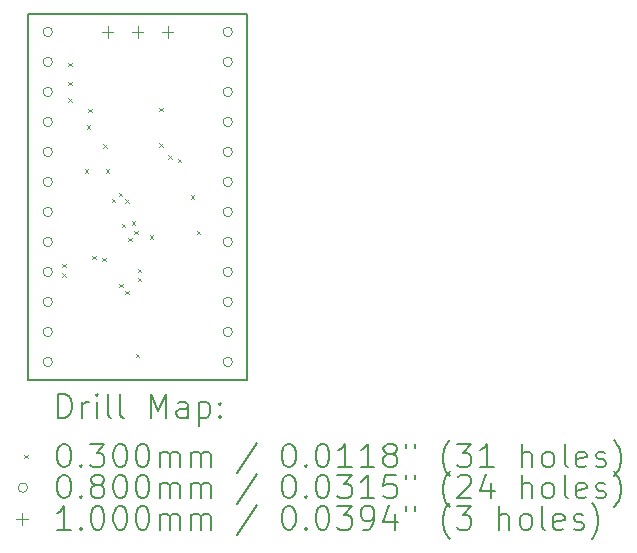
<source format=gbr>
%TF.GenerationSoftware,KiCad,Pcbnew,7.0.9*%
%TF.CreationDate,2023-11-23T02:36:10+01:00*%
%TF.ProjectId,bosch_kf4_pll,626f7363-685f-46b6-9634-5f706c6c2e6b,2*%
%TF.SameCoordinates,Original*%
%TF.FileFunction,Drillmap*%
%TF.FilePolarity,Positive*%
%FSLAX45Y45*%
G04 Gerber Fmt 4.5, Leading zero omitted, Abs format (unit mm)*
G04 Created by KiCad (PCBNEW 7.0.9) date 2023-11-23 02:36:10*
%MOMM*%
%LPD*%
G01*
G04 APERTURE LIST*
%ADD10C,0.150000*%
%ADD11C,0.200000*%
%ADD12C,0.100000*%
G04 APERTURE END LIST*
D10*
X13758750Y-7600000D02*
X15608750Y-7600000D01*
X13758750Y-10700000D02*
X13758750Y-7600000D01*
X15608750Y-7600000D02*
X15608750Y-10700000D01*
X15608750Y-10700000D02*
X13758750Y-10700000D01*
D11*
D12*
X14043750Y-9715000D02*
X14073750Y-9745000D01*
X14073750Y-9715000D02*
X14043750Y-9745000D01*
X14043750Y-9795000D02*
X14073750Y-9825000D01*
X14073750Y-9795000D02*
X14043750Y-9825000D01*
X14093750Y-8015000D02*
X14123750Y-8045000D01*
X14123750Y-8015000D02*
X14093750Y-8045000D01*
X14093750Y-8175000D02*
X14123750Y-8205000D01*
X14123750Y-8175000D02*
X14093750Y-8205000D01*
X14096440Y-8315000D02*
X14126440Y-8345000D01*
X14126440Y-8315000D02*
X14096440Y-8345000D01*
X14233750Y-8915000D02*
X14263750Y-8945000D01*
X14263750Y-8915000D02*
X14233750Y-8945000D01*
X14253750Y-8545000D02*
X14283750Y-8575000D01*
X14283750Y-8545000D02*
X14253750Y-8575000D01*
X14263750Y-8405000D02*
X14293750Y-8435000D01*
X14293750Y-8405000D02*
X14263750Y-8435000D01*
X14296750Y-9648000D02*
X14326750Y-9678000D01*
X14326750Y-9648000D02*
X14296750Y-9678000D01*
X14383750Y-9665000D02*
X14413750Y-9695000D01*
X14413750Y-9665000D02*
X14383750Y-9695000D01*
X14393750Y-8705000D02*
X14423750Y-8735000D01*
X14423750Y-8705000D02*
X14393750Y-8735000D01*
X14413750Y-8915000D02*
X14443750Y-8945000D01*
X14443750Y-8915000D02*
X14413750Y-8945000D01*
X14463750Y-9165000D02*
X14493750Y-9195000D01*
X14493750Y-9165000D02*
X14463750Y-9195000D01*
X14523750Y-9115000D02*
X14553750Y-9145000D01*
X14553750Y-9115000D02*
X14523750Y-9145000D01*
X14525000Y-9885000D02*
X14555000Y-9915000D01*
X14555000Y-9885000D02*
X14525000Y-9915000D01*
X14546750Y-9378000D02*
X14576750Y-9408000D01*
X14576750Y-9378000D02*
X14546750Y-9408000D01*
X14576918Y-9168168D02*
X14606918Y-9198168D01*
X14606918Y-9168168D02*
X14576918Y-9198168D01*
X14578750Y-9943000D02*
X14608750Y-9973000D01*
X14608750Y-9943000D02*
X14578750Y-9973000D01*
X14603750Y-9495000D02*
X14633750Y-9525000D01*
X14633750Y-9495000D02*
X14603750Y-9525000D01*
X14633750Y-9355000D02*
X14663750Y-9385000D01*
X14663750Y-9355000D02*
X14633750Y-9385000D01*
X14653750Y-9435000D02*
X14683750Y-9465000D01*
X14683750Y-9435000D02*
X14653750Y-9465000D01*
X14668750Y-10478000D02*
X14698750Y-10508000D01*
X14698750Y-10478000D02*
X14668750Y-10508000D01*
X14685000Y-9758000D02*
X14715000Y-9788000D01*
X14715000Y-9758000D02*
X14685000Y-9788000D01*
X14685119Y-9834875D02*
X14715119Y-9864875D01*
X14715119Y-9834875D02*
X14685119Y-9864875D01*
X14784007Y-9475258D02*
X14814007Y-9505258D01*
X14814007Y-9475258D02*
X14784007Y-9505258D01*
X14863750Y-8395000D02*
X14893750Y-8425000D01*
X14893750Y-8395000D02*
X14863750Y-8425000D01*
X14863750Y-8695000D02*
X14893750Y-8725000D01*
X14893750Y-8695000D02*
X14863750Y-8725000D01*
X14943750Y-8795000D02*
X14973750Y-8825000D01*
X14973750Y-8795000D02*
X14943750Y-8825000D01*
X15023750Y-8825000D02*
X15053750Y-8855000D01*
X15053750Y-8825000D02*
X15023750Y-8855000D01*
X15133750Y-9135000D02*
X15163750Y-9165000D01*
X15163750Y-9135000D02*
X15133750Y-9165000D01*
X15183750Y-9435000D02*
X15213750Y-9465000D01*
X15213750Y-9435000D02*
X15183750Y-9465000D01*
X13961750Y-7753000D02*
G75*
G03*
X13961750Y-7753000I-40000J0D01*
G01*
X13961750Y-8007000D02*
G75*
G03*
X13961750Y-8007000I-40000J0D01*
G01*
X13961750Y-8261000D02*
G75*
G03*
X13961750Y-8261000I-40000J0D01*
G01*
X13961750Y-8515000D02*
G75*
G03*
X13961750Y-8515000I-40000J0D01*
G01*
X13961750Y-8769000D02*
G75*
G03*
X13961750Y-8769000I-40000J0D01*
G01*
X13961750Y-9023000D02*
G75*
G03*
X13961750Y-9023000I-40000J0D01*
G01*
X13961750Y-9277000D02*
G75*
G03*
X13961750Y-9277000I-40000J0D01*
G01*
X13961750Y-9531000D02*
G75*
G03*
X13961750Y-9531000I-40000J0D01*
G01*
X13961750Y-9785000D02*
G75*
G03*
X13961750Y-9785000I-40000J0D01*
G01*
X13961750Y-10039000D02*
G75*
G03*
X13961750Y-10039000I-40000J0D01*
G01*
X13961750Y-10293000D02*
G75*
G03*
X13961750Y-10293000I-40000J0D01*
G01*
X13961750Y-10547000D02*
G75*
G03*
X13961750Y-10547000I-40000J0D01*
G01*
X15485750Y-7753000D02*
G75*
G03*
X15485750Y-7753000I-40000J0D01*
G01*
X15485750Y-8007000D02*
G75*
G03*
X15485750Y-8007000I-40000J0D01*
G01*
X15485750Y-8261000D02*
G75*
G03*
X15485750Y-8261000I-40000J0D01*
G01*
X15485750Y-8515000D02*
G75*
G03*
X15485750Y-8515000I-40000J0D01*
G01*
X15485750Y-8769000D02*
G75*
G03*
X15485750Y-8769000I-40000J0D01*
G01*
X15485750Y-9023000D02*
G75*
G03*
X15485750Y-9023000I-40000J0D01*
G01*
X15485750Y-9277000D02*
G75*
G03*
X15485750Y-9277000I-40000J0D01*
G01*
X15485750Y-9531000D02*
G75*
G03*
X15485750Y-9531000I-40000J0D01*
G01*
X15485750Y-9785000D02*
G75*
G03*
X15485750Y-9785000I-40000J0D01*
G01*
X15485750Y-10039000D02*
G75*
G03*
X15485750Y-10039000I-40000J0D01*
G01*
X15485750Y-10293000D02*
G75*
G03*
X15485750Y-10293000I-40000J0D01*
G01*
X15485750Y-10547000D02*
G75*
G03*
X15485750Y-10547000I-40000J0D01*
G01*
X14428250Y-7703000D02*
X14428250Y-7803000D01*
X14378250Y-7753000D02*
X14478250Y-7753000D01*
X14682250Y-7703000D02*
X14682250Y-7803000D01*
X14632250Y-7753000D02*
X14732250Y-7753000D01*
X14936250Y-7703000D02*
X14936250Y-7803000D01*
X14886250Y-7753000D02*
X14986250Y-7753000D01*
D11*
X14012027Y-11018984D02*
X14012027Y-10818984D01*
X14012027Y-10818984D02*
X14059646Y-10818984D01*
X14059646Y-10818984D02*
X14088217Y-10828508D01*
X14088217Y-10828508D02*
X14107265Y-10847555D01*
X14107265Y-10847555D02*
X14116789Y-10866603D01*
X14116789Y-10866603D02*
X14126312Y-10904698D01*
X14126312Y-10904698D02*
X14126312Y-10933270D01*
X14126312Y-10933270D02*
X14116789Y-10971365D01*
X14116789Y-10971365D02*
X14107265Y-10990412D01*
X14107265Y-10990412D02*
X14088217Y-11009460D01*
X14088217Y-11009460D02*
X14059646Y-11018984D01*
X14059646Y-11018984D02*
X14012027Y-11018984D01*
X14212027Y-11018984D02*
X14212027Y-10885650D01*
X14212027Y-10923746D02*
X14221551Y-10904698D01*
X14221551Y-10904698D02*
X14231074Y-10895174D01*
X14231074Y-10895174D02*
X14250122Y-10885650D01*
X14250122Y-10885650D02*
X14269170Y-10885650D01*
X14335836Y-11018984D02*
X14335836Y-10885650D01*
X14335836Y-10818984D02*
X14326312Y-10828508D01*
X14326312Y-10828508D02*
X14335836Y-10838031D01*
X14335836Y-10838031D02*
X14345360Y-10828508D01*
X14345360Y-10828508D02*
X14335836Y-10818984D01*
X14335836Y-10818984D02*
X14335836Y-10838031D01*
X14459646Y-11018984D02*
X14440598Y-11009460D01*
X14440598Y-11009460D02*
X14431074Y-10990412D01*
X14431074Y-10990412D02*
X14431074Y-10818984D01*
X14564408Y-11018984D02*
X14545360Y-11009460D01*
X14545360Y-11009460D02*
X14535836Y-10990412D01*
X14535836Y-10990412D02*
X14535836Y-10818984D01*
X14792979Y-11018984D02*
X14792979Y-10818984D01*
X14792979Y-10818984D02*
X14859646Y-10961841D01*
X14859646Y-10961841D02*
X14926312Y-10818984D01*
X14926312Y-10818984D02*
X14926312Y-11018984D01*
X15107265Y-11018984D02*
X15107265Y-10914222D01*
X15107265Y-10914222D02*
X15097741Y-10895174D01*
X15097741Y-10895174D02*
X15078693Y-10885650D01*
X15078693Y-10885650D02*
X15040598Y-10885650D01*
X15040598Y-10885650D02*
X15021551Y-10895174D01*
X15107265Y-11009460D02*
X15088217Y-11018984D01*
X15088217Y-11018984D02*
X15040598Y-11018984D01*
X15040598Y-11018984D02*
X15021551Y-11009460D01*
X15021551Y-11009460D02*
X15012027Y-10990412D01*
X15012027Y-10990412D02*
X15012027Y-10971365D01*
X15012027Y-10971365D02*
X15021551Y-10952317D01*
X15021551Y-10952317D02*
X15040598Y-10942793D01*
X15040598Y-10942793D02*
X15088217Y-10942793D01*
X15088217Y-10942793D02*
X15107265Y-10933270D01*
X15202503Y-10885650D02*
X15202503Y-11085650D01*
X15202503Y-10895174D02*
X15221551Y-10885650D01*
X15221551Y-10885650D02*
X15259646Y-10885650D01*
X15259646Y-10885650D02*
X15278693Y-10895174D01*
X15278693Y-10895174D02*
X15288217Y-10904698D01*
X15288217Y-10904698D02*
X15297741Y-10923746D01*
X15297741Y-10923746D02*
X15297741Y-10980889D01*
X15297741Y-10980889D02*
X15288217Y-10999936D01*
X15288217Y-10999936D02*
X15278693Y-11009460D01*
X15278693Y-11009460D02*
X15259646Y-11018984D01*
X15259646Y-11018984D02*
X15221551Y-11018984D01*
X15221551Y-11018984D02*
X15202503Y-11009460D01*
X15383455Y-10999936D02*
X15392979Y-11009460D01*
X15392979Y-11009460D02*
X15383455Y-11018984D01*
X15383455Y-11018984D02*
X15373932Y-11009460D01*
X15373932Y-11009460D02*
X15383455Y-10999936D01*
X15383455Y-10999936D02*
X15383455Y-11018984D01*
X15383455Y-10895174D02*
X15392979Y-10904698D01*
X15392979Y-10904698D02*
X15383455Y-10914222D01*
X15383455Y-10914222D02*
X15373932Y-10904698D01*
X15373932Y-10904698D02*
X15383455Y-10895174D01*
X15383455Y-10895174D02*
X15383455Y-10914222D01*
D12*
X13721250Y-11332500D02*
X13751250Y-11362500D01*
X13751250Y-11332500D02*
X13721250Y-11362500D01*
D11*
X14050122Y-11238984D02*
X14069170Y-11238984D01*
X14069170Y-11238984D02*
X14088217Y-11248508D01*
X14088217Y-11248508D02*
X14097741Y-11258031D01*
X14097741Y-11258031D02*
X14107265Y-11277079D01*
X14107265Y-11277079D02*
X14116789Y-11315174D01*
X14116789Y-11315174D02*
X14116789Y-11362793D01*
X14116789Y-11362793D02*
X14107265Y-11400888D01*
X14107265Y-11400888D02*
X14097741Y-11419936D01*
X14097741Y-11419936D02*
X14088217Y-11429460D01*
X14088217Y-11429460D02*
X14069170Y-11438984D01*
X14069170Y-11438984D02*
X14050122Y-11438984D01*
X14050122Y-11438984D02*
X14031074Y-11429460D01*
X14031074Y-11429460D02*
X14021551Y-11419936D01*
X14021551Y-11419936D02*
X14012027Y-11400888D01*
X14012027Y-11400888D02*
X14002503Y-11362793D01*
X14002503Y-11362793D02*
X14002503Y-11315174D01*
X14002503Y-11315174D02*
X14012027Y-11277079D01*
X14012027Y-11277079D02*
X14021551Y-11258031D01*
X14021551Y-11258031D02*
X14031074Y-11248508D01*
X14031074Y-11248508D02*
X14050122Y-11238984D01*
X14202503Y-11419936D02*
X14212027Y-11429460D01*
X14212027Y-11429460D02*
X14202503Y-11438984D01*
X14202503Y-11438984D02*
X14192979Y-11429460D01*
X14192979Y-11429460D02*
X14202503Y-11419936D01*
X14202503Y-11419936D02*
X14202503Y-11438984D01*
X14278693Y-11238984D02*
X14402503Y-11238984D01*
X14402503Y-11238984D02*
X14335836Y-11315174D01*
X14335836Y-11315174D02*
X14364408Y-11315174D01*
X14364408Y-11315174D02*
X14383455Y-11324698D01*
X14383455Y-11324698D02*
X14392979Y-11334222D01*
X14392979Y-11334222D02*
X14402503Y-11353269D01*
X14402503Y-11353269D02*
X14402503Y-11400888D01*
X14402503Y-11400888D02*
X14392979Y-11419936D01*
X14392979Y-11419936D02*
X14383455Y-11429460D01*
X14383455Y-11429460D02*
X14364408Y-11438984D01*
X14364408Y-11438984D02*
X14307265Y-11438984D01*
X14307265Y-11438984D02*
X14288217Y-11429460D01*
X14288217Y-11429460D02*
X14278693Y-11419936D01*
X14526312Y-11238984D02*
X14545360Y-11238984D01*
X14545360Y-11238984D02*
X14564408Y-11248508D01*
X14564408Y-11248508D02*
X14573932Y-11258031D01*
X14573932Y-11258031D02*
X14583455Y-11277079D01*
X14583455Y-11277079D02*
X14592979Y-11315174D01*
X14592979Y-11315174D02*
X14592979Y-11362793D01*
X14592979Y-11362793D02*
X14583455Y-11400888D01*
X14583455Y-11400888D02*
X14573932Y-11419936D01*
X14573932Y-11419936D02*
X14564408Y-11429460D01*
X14564408Y-11429460D02*
X14545360Y-11438984D01*
X14545360Y-11438984D02*
X14526312Y-11438984D01*
X14526312Y-11438984D02*
X14507265Y-11429460D01*
X14507265Y-11429460D02*
X14497741Y-11419936D01*
X14497741Y-11419936D02*
X14488217Y-11400888D01*
X14488217Y-11400888D02*
X14478693Y-11362793D01*
X14478693Y-11362793D02*
X14478693Y-11315174D01*
X14478693Y-11315174D02*
X14488217Y-11277079D01*
X14488217Y-11277079D02*
X14497741Y-11258031D01*
X14497741Y-11258031D02*
X14507265Y-11248508D01*
X14507265Y-11248508D02*
X14526312Y-11238984D01*
X14716789Y-11238984D02*
X14735836Y-11238984D01*
X14735836Y-11238984D02*
X14754884Y-11248508D01*
X14754884Y-11248508D02*
X14764408Y-11258031D01*
X14764408Y-11258031D02*
X14773932Y-11277079D01*
X14773932Y-11277079D02*
X14783455Y-11315174D01*
X14783455Y-11315174D02*
X14783455Y-11362793D01*
X14783455Y-11362793D02*
X14773932Y-11400888D01*
X14773932Y-11400888D02*
X14764408Y-11419936D01*
X14764408Y-11419936D02*
X14754884Y-11429460D01*
X14754884Y-11429460D02*
X14735836Y-11438984D01*
X14735836Y-11438984D02*
X14716789Y-11438984D01*
X14716789Y-11438984D02*
X14697741Y-11429460D01*
X14697741Y-11429460D02*
X14688217Y-11419936D01*
X14688217Y-11419936D02*
X14678693Y-11400888D01*
X14678693Y-11400888D02*
X14669170Y-11362793D01*
X14669170Y-11362793D02*
X14669170Y-11315174D01*
X14669170Y-11315174D02*
X14678693Y-11277079D01*
X14678693Y-11277079D02*
X14688217Y-11258031D01*
X14688217Y-11258031D02*
X14697741Y-11248508D01*
X14697741Y-11248508D02*
X14716789Y-11238984D01*
X14869170Y-11438984D02*
X14869170Y-11305650D01*
X14869170Y-11324698D02*
X14878693Y-11315174D01*
X14878693Y-11315174D02*
X14897741Y-11305650D01*
X14897741Y-11305650D02*
X14926313Y-11305650D01*
X14926313Y-11305650D02*
X14945360Y-11315174D01*
X14945360Y-11315174D02*
X14954884Y-11334222D01*
X14954884Y-11334222D02*
X14954884Y-11438984D01*
X14954884Y-11334222D02*
X14964408Y-11315174D01*
X14964408Y-11315174D02*
X14983455Y-11305650D01*
X14983455Y-11305650D02*
X15012027Y-11305650D01*
X15012027Y-11305650D02*
X15031074Y-11315174D01*
X15031074Y-11315174D02*
X15040598Y-11334222D01*
X15040598Y-11334222D02*
X15040598Y-11438984D01*
X15135836Y-11438984D02*
X15135836Y-11305650D01*
X15135836Y-11324698D02*
X15145360Y-11315174D01*
X15145360Y-11315174D02*
X15164408Y-11305650D01*
X15164408Y-11305650D02*
X15192979Y-11305650D01*
X15192979Y-11305650D02*
X15212027Y-11315174D01*
X15212027Y-11315174D02*
X15221551Y-11334222D01*
X15221551Y-11334222D02*
X15221551Y-11438984D01*
X15221551Y-11334222D02*
X15231074Y-11315174D01*
X15231074Y-11315174D02*
X15250122Y-11305650D01*
X15250122Y-11305650D02*
X15278693Y-11305650D01*
X15278693Y-11305650D02*
X15297741Y-11315174D01*
X15297741Y-11315174D02*
X15307265Y-11334222D01*
X15307265Y-11334222D02*
X15307265Y-11438984D01*
X15697741Y-11229460D02*
X15526313Y-11486603D01*
X15954884Y-11238984D02*
X15973932Y-11238984D01*
X15973932Y-11238984D02*
X15992979Y-11248508D01*
X15992979Y-11248508D02*
X16002503Y-11258031D01*
X16002503Y-11258031D02*
X16012027Y-11277079D01*
X16012027Y-11277079D02*
X16021551Y-11315174D01*
X16021551Y-11315174D02*
X16021551Y-11362793D01*
X16021551Y-11362793D02*
X16012027Y-11400888D01*
X16012027Y-11400888D02*
X16002503Y-11419936D01*
X16002503Y-11419936D02*
X15992979Y-11429460D01*
X15992979Y-11429460D02*
X15973932Y-11438984D01*
X15973932Y-11438984D02*
X15954884Y-11438984D01*
X15954884Y-11438984D02*
X15935836Y-11429460D01*
X15935836Y-11429460D02*
X15926313Y-11419936D01*
X15926313Y-11419936D02*
X15916789Y-11400888D01*
X15916789Y-11400888D02*
X15907265Y-11362793D01*
X15907265Y-11362793D02*
X15907265Y-11315174D01*
X15907265Y-11315174D02*
X15916789Y-11277079D01*
X15916789Y-11277079D02*
X15926313Y-11258031D01*
X15926313Y-11258031D02*
X15935836Y-11248508D01*
X15935836Y-11248508D02*
X15954884Y-11238984D01*
X16107265Y-11419936D02*
X16116789Y-11429460D01*
X16116789Y-11429460D02*
X16107265Y-11438984D01*
X16107265Y-11438984D02*
X16097741Y-11429460D01*
X16097741Y-11429460D02*
X16107265Y-11419936D01*
X16107265Y-11419936D02*
X16107265Y-11438984D01*
X16240598Y-11238984D02*
X16259646Y-11238984D01*
X16259646Y-11238984D02*
X16278694Y-11248508D01*
X16278694Y-11248508D02*
X16288217Y-11258031D01*
X16288217Y-11258031D02*
X16297741Y-11277079D01*
X16297741Y-11277079D02*
X16307265Y-11315174D01*
X16307265Y-11315174D02*
X16307265Y-11362793D01*
X16307265Y-11362793D02*
X16297741Y-11400888D01*
X16297741Y-11400888D02*
X16288217Y-11419936D01*
X16288217Y-11419936D02*
X16278694Y-11429460D01*
X16278694Y-11429460D02*
X16259646Y-11438984D01*
X16259646Y-11438984D02*
X16240598Y-11438984D01*
X16240598Y-11438984D02*
X16221551Y-11429460D01*
X16221551Y-11429460D02*
X16212027Y-11419936D01*
X16212027Y-11419936D02*
X16202503Y-11400888D01*
X16202503Y-11400888D02*
X16192979Y-11362793D01*
X16192979Y-11362793D02*
X16192979Y-11315174D01*
X16192979Y-11315174D02*
X16202503Y-11277079D01*
X16202503Y-11277079D02*
X16212027Y-11258031D01*
X16212027Y-11258031D02*
X16221551Y-11248508D01*
X16221551Y-11248508D02*
X16240598Y-11238984D01*
X16497741Y-11438984D02*
X16383456Y-11438984D01*
X16440598Y-11438984D02*
X16440598Y-11238984D01*
X16440598Y-11238984D02*
X16421551Y-11267555D01*
X16421551Y-11267555D02*
X16402503Y-11286603D01*
X16402503Y-11286603D02*
X16383456Y-11296127D01*
X16688217Y-11438984D02*
X16573932Y-11438984D01*
X16631075Y-11438984D02*
X16631075Y-11238984D01*
X16631075Y-11238984D02*
X16612027Y-11267555D01*
X16612027Y-11267555D02*
X16592979Y-11286603D01*
X16592979Y-11286603D02*
X16573932Y-11296127D01*
X16802503Y-11324698D02*
X16783456Y-11315174D01*
X16783456Y-11315174D02*
X16773932Y-11305650D01*
X16773932Y-11305650D02*
X16764408Y-11286603D01*
X16764408Y-11286603D02*
X16764408Y-11277079D01*
X16764408Y-11277079D02*
X16773932Y-11258031D01*
X16773932Y-11258031D02*
X16783456Y-11248508D01*
X16783456Y-11248508D02*
X16802503Y-11238984D01*
X16802503Y-11238984D02*
X16840599Y-11238984D01*
X16840599Y-11238984D02*
X16859646Y-11248508D01*
X16859646Y-11248508D02*
X16869170Y-11258031D01*
X16869170Y-11258031D02*
X16878694Y-11277079D01*
X16878694Y-11277079D02*
X16878694Y-11286603D01*
X16878694Y-11286603D02*
X16869170Y-11305650D01*
X16869170Y-11305650D02*
X16859646Y-11315174D01*
X16859646Y-11315174D02*
X16840599Y-11324698D01*
X16840599Y-11324698D02*
X16802503Y-11324698D01*
X16802503Y-11324698D02*
X16783456Y-11334222D01*
X16783456Y-11334222D02*
X16773932Y-11343746D01*
X16773932Y-11343746D02*
X16764408Y-11362793D01*
X16764408Y-11362793D02*
X16764408Y-11400888D01*
X16764408Y-11400888D02*
X16773932Y-11419936D01*
X16773932Y-11419936D02*
X16783456Y-11429460D01*
X16783456Y-11429460D02*
X16802503Y-11438984D01*
X16802503Y-11438984D02*
X16840599Y-11438984D01*
X16840599Y-11438984D02*
X16859646Y-11429460D01*
X16859646Y-11429460D02*
X16869170Y-11419936D01*
X16869170Y-11419936D02*
X16878694Y-11400888D01*
X16878694Y-11400888D02*
X16878694Y-11362793D01*
X16878694Y-11362793D02*
X16869170Y-11343746D01*
X16869170Y-11343746D02*
X16859646Y-11334222D01*
X16859646Y-11334222D02*
X16840599Y-11324698D01*
X16954884Y-11238984D02*
X16954884Y-11277079D01*
X17031075Y-11238984D02*
X17031075Y-11277079D01*
X17326313Y-11515174D02*
X17316789Y-11505650D01*
X17316789Y-11505650D02*
X17297741Y-11477079D01*
X17297741Y-11477079D02*
X17288218Y-11458031D01*
X17288218Y-11458031D02*
X17278694Y-11429460D01*
X17278694Y-11429460D02*
X17269170Y-11381841D01*
X17269170Y-11381841D02*
X17269170Y-11343746D01*
X17269170Y-11343746D02*
X17278694Y-11296127D01*
X17278694Y-11296127D02*
X17288218Y-11267555D01*
X17288218Y-11267555D02*
X17297741Y-11248508D01*
X17297741Y-11248508D02*
X17316789Y-11219936D01*
X17316789Y-11219936D02*
X17326313Y-11210412D01*
X17383456Y-11238984D02*
X17507265Y-11238984D01*
X17507265Y-11238984D02*
X17440599Y-11315174D01*
X17440599Y-11315174D02*
X17469170Y-11315174D01*
X17469170Y-11315174D02*
X17488218Y-11324698D01*
X17488218Y-11324698D02*
X17497741Y-11334222D01*
X17497741Y-11334222D02*
X17507265Y-11353269D01*
X17507265Y-11353269D02*
X17507265Y-11400888D01*
X17507265Y-11400888D02*
X17497741Y-11419936D01*
X17497741Y-11419936D02*
X17488218Y-11429460D01*
X17488218Y-11429460D02*
X17469170Y-11438984D01*
X17469170Y-11438984D02*
X17412027Y-11438984D01*
X17412027Y-11438984D02*
X17392980Y-11429460D01*
X17392980Y-11429460D02*
X17383456Y-11419936D01*
X17697741Y-11438984D02*
X17583456Y-11438984D01*
X17640599Y-11438984D02*
X17640599Y-11238984D01*
X17640599Y-11238984D02*
X17621551Y-11267555D01*
X17621551Y-11267555D02*
X17602503Y-11286603D01*
X17602503Y-11286603D02*
X17583456Y-11296127D01*
X17935837Y-11438984D02*
X17935837Y-11238984D01*
X18021551Y-11438984D02*
X18021551Y-11334222D01*
X18021551Y-11334222D02*
X18012027Y-11315174D01*
X18012027Y-11315174D02*
X17992980Y-11305650D01*
X17992980Y-11305650D02*
X17964408Y-11305650D01*
X17964408Y-11305650D02*
X17945361Y-11315174D01*
X17945361Y-11315174D02*
X17935837Y-11324698D01*
X18145361Y-11438984D02*
X18126313Y-11429460D01*
X18126313Y-11429460D02*
X18116789Y-11419936D01*
X18116789Y-11419936D02*
X18107265Y-11400888D01*
X18107265Y-11400888D02*
X18107265Y-11343746D01*
X18107265Y-11343746D02*
X18116789Y-11324698D01*
X18116789Y-11324698D02*
X18126313Y-11315174D01*
X18126313Y-11315174D02*
X18145361Y-11305650D01*
X18145361Y-11305650D02*
X18173932Y-11305650D01*
X18173932Y-11305650D02*
X18192980Y-11315174D01*
X18192980Y-11315174D02*
X18202503Y-11324698D01*
X18202503Y-11324698D02*
X18212027Y-11343746D01*
X18212027Y-11343746D02*
X18212027Y-11400888D01*
X18212027Y-11400888D02*
X18202503Y-11419936D01*
X18202503Y-11419936D02*
X18192980Y-11429460D01*
X18192980Y-11429460D02*
X18173932Y-11438984D01*
X18173932Y-11438984D02*
X18145361Y-11438984D01*
X18326313Y-11438984D02*
X18307265Y-11429460D01*
X18307265Y-11429460D02*
X18297742Y-11410412D01*
X18297742Y-11410412D02*
X18297742Y-11238984D01*
X18478694Y-11429460D02*
X18459646Y-11438984D01*
X18459646Y-11438984D02*
X18421551Y-11438984D01*
X18421551Y-11438984D02*
X18402503Y-11429460D01*
X18402503Y-11429460D02*
X18392980Y-11410412D01*
X18392980Y-11410412D02*
X18392980Y-11334222D01*
X18392980Y-11334222D02*
X18402503Y-11315174D01*
X18402503Y-11315174D02*
X18421551Y-11305650D01*
X18421551Y-11305650D02*
X18459646Y-11305650D01*
X18459646Y-11305650D02*
X18478694Y-11315174D01*
X18478694Y-11315174D02*
X18488218Y-11334222D01*
X18488218Y-11334222D02*
X18488218Y-11353269D01*
X18488218Y-11353269D02*
X18392980Y-11372317D01*
X18564408Y-11429460D02*
X18583456Y-11438984D01*
X18583456Y-11438984D02*
X18621551Y-11438984D01*
X18621551Y-11438984D02*
X18640599Y-11429460D01*
X18640599Y-11429460D02*
X18650123Y-11410412D01*
X18650123Y-11410412D02*
X18650123Y-11400888D01*
X18650123Y-11400888D02*
X18640599Y-11381841D01*
X18640599Y-11381841D02*
X18621551Y-11372317D01*
X18621551Y-11372317D02*
X18592980Y-11372317D01*
X18592980Y-11372317D02*
X18573932Y-11362793D01*
X18573932Y-11362793D02*
X18564408Y-11343746D01*
X18564408Y-11343746D02*
X18564408Y-11334222D01*
X18564408Y-11334222D02*
X18573932Y-11315174D01*
X18573932Y-11315174D02*
X18592980Y-11305650D01*
X18592980Y-11305650D02*
X18621551Y-11305650D01*
X18621551Y-11305650D02*
X18640599Y-11315174D01*
X18716789Y-11515174D02*
X18726313Y-11505650D01*
X18726313Y-11505650D02*
X18745361Y-11477079D01*
X18745361Y-11477079D02*
X18754884Y-11458031D01*
X18754884Y-11458031D02*
X18764408Y-11429460D01*
X18764408Y-11429460D02*
X18773932Y-11381841D01*
X18773932Y-11381841D02*
X18773932Y-11343746D01*
X18773932Y-11343746D02*
X18764408Y-11296127D01*
X18764408Y-11296127D02*
X18754884Y-11267555D01*
X18754884Y-11267555D02*
X18745361Y-11248508D01*
X18745361Y-11248508D02*
X18726313Y-11219936D01*
X18726313Y-11219936D02*
X18716789Y-11210412D01*
D12*
X13751250Y-11611500D02*
G75*
G03*
X13751250Y-11611500I-40000J0D01*
G01*
D11*
X14050122Y-11502984D02*
X14069170Y-11502984D01*
X14069170Y-11502984D02*
X14088217Y-11512508D01*
X14088217Y-11512508D02*
X14097741Y-11522031D01*
X14097741Y-11522031D02*
X14107265Y-11541079D01*
X14107265Y-11541079D02*
X14116789Y-11579174D01*
X14116789Y-11579174D02*
X14116789Y-11626793D01*
X14116789Y-11626793D02*
X14107265Y-11664888D01*
X14107265Y-11664888D02*
X14097741Y-11683936D01*
X14097741Y-11683936D02*
X14088217Y-11693460D01*
X14088217Y-11693460D02*
X14069170Y-11702984D01*
X14069170Y-11702984D02*
X14050122Y-11702984D01*
X14050122Y-11702984D02*
X14031074Y-11693460D01*
X14031074Y-11693460D02*
X14021551Y-11683936D01*
X14021551Y-11683936D02*
X14012027Y-11664888D01*
X14012027Y-11664888D02*
X14002503Y-11626793D01*
X14002503Y-11626793D02*
X14002503Y-11579174D01*
X14002503Y-11579174D02*
X14012027Y-11541079D01*
X14012027Y-11541079D02*
X14021551Y-11522031D01*
X14021551Y-11522031D02*
X14031074Y-11512508D01*
X14031074Y-11512508D02*
X14050122Y-11502984D01*
X14202503Y-11683936D02*
X14212027Y-11693460D01*
X14212027Y-11693460D02*
X14202503Y-11702984D01*
X14202503Y-11702984D02*
X14192979Y-11693460D01*
X14192979Y-11693460D02*
X14202503Y-11683936D01*
X14202503Y-11683936D02*
X14202503Y-11702984D01*
X14326312Y-11588698D02*
X14307265Y-11579174D01*
X14307265Y-11579174D02*
X14297741Y-11569650D01*
X14297741Y-11569650D02*
X14288217Y-11550603D01*
X14288217Y-11550603D02*
X14288217Y-11541079D01*
X14288217Y-11541079D02*
X14297741Y-11522031D01*
X14297741Y-11522031D02*
X14307265Y-11512508D01*
X14307265Y-11512508D02*
X14326312Y-11502984D01*
X14326312Y-11502984D02*
X14364408Y-11502984D01*
X14364408Y-11502984D02*
X14383455Y-11512508D01*
X14383455Y-11512508D02*
X14392979Y-11522031D01*
X14392979Y-11522031D02*
X14402503Y-11541079D01*
X14402503Y-11541079D02*
X14402503Y-11550603D01*
X14402503Y-11550603D02*
X14392979Y-11569650D01*
X14392979Y-11569650D02*
X14383455Y-11579174D01*
X14383455Y-11579174D02*
X14364408Y-11588698D01*
X14364408Y-11588698D02*
X14326312Y-11588698D01*
X14326312Y-11588698D02*
X14307265Y-11598222D01*
X14307265Y-11598222D02*
X14297741Y-11607746D01*
X14297741Y-11607746D02*
X14288217Y-11626793D01*
X14288217Y-11626793D02*
X14288217Y-11664888D01*
X14288217Y-11664888D02*
X14297741Y-11683936D01*
X14297741Y-11683936D02*
X14307265Y-11693460D01*
X14307265Y-11693460D02*
X14326312Y-11702984D01*
X14326312Y-11702984D02*
X14364408Y-11702984D01*
X14364408Y-11702984D02*
X14383455Y-11693460D01*
X14383455Y-11693460D02*
X14392979Y-11683936D01*
X14392979Y-11683936D02*
X14402503Y-11664888D01*
X14402503Y-11664888D02*
X14402503Y-11626793D01*
X14402503Y-11626793D02*
X14392979Y-11607746D01*
X14392979Y-11607746D02*
X14383455Y-11598222D01*
X14383455Y-11598222D02*
X14364408Y-11588698D01*
X14526312Y-11502984D02*
X14545360Y-11502984D01*
X14545360Y-11502984D02*
X14564408Y-11512508D01*
X14564408Y-11512508D02*
X14573932Y-11522031D01*
X14573932Y-11522031D02*
X14583455Y-11541079D01*
X14583455Y-11541079D02*
X14592979Y-11579174D01*
X14592979Y-11579174D02*
X14592979Y-11626793D01*
X14592979Y-11626793D02*
X14583455Y-11664888D01*
X14583455Y-11664888D02*
X14573932Y-11683936D01*
X14573932Y-11683936D02*
X14564408Y-11693460D01*
X14564408Y-11693460D02*
X14545360Y-11702984D01*
X14545360Y-11702984D02*
X14526312Y-11702984D01*
X14526312Y-11702984D02*
X14507265Y-11693460D01*
X14507265Y-11693460D02*
X14497741Y-11683936D01*
X14497741Y-11683936D02*
X14488217Y-11664888D01*
X14488217Y-11664888D02*
X14478693Y-11626793D01*
X14478693Y-11626793D02*
X14478693Y-11579174D01*
X14478693Y-11579174D02*
X14488217Y-11541079D01*
X14488217Y-11541079D02*
X14497741Y-11522031D01*
X14497741Y-11522031D02*
X14507265Y-11512508D01*
X14507265Y-11512508D02*
X14526312Y-11502984D01*
X14716789Y-11502984D02*
X14735836Y-11502984D01*
X14735836Y-11502984D02*
X14754884Y-11512508D01*
X14754884Y-11512508D02*
X14764408Y-11522031D01*
X14764408Y-11522031D02*
X14773932Y-11541079D01*
X14773932Y-11541079D02*
X14783455Y-11579174D01*
X14783455Y-11579174D02*
X14783455Y-11626793D01*
X14783455Y-11626793D02*
X14773932Y-11664888D01*
X14773932Y-11664888D02*
X14764408Y-11683936D01*
X14764408Y-11683936D02*
X14754884Y-11693460D01*
X14754884Y-11693460D02*
X14735836Y-11702984D01*
X14735836Y-11702984D02*
X14716789Y-11702984D01*
X14716789Y-11702984D02*
X14697741Y-11693460D01*
X14697741Y-11693460D02*
X14688217Y-11683936D01*
X14688217Y-11683936D02*
X14678693Y-11664888D01*
X14678693Y-11664888D02*
X14669170Y-11626793D01*
X14669170Y-11626793D02*
X14669170Y-11579174D01*
X14669170Y-11579174D02*
X14678693Y-11541079D01*
X14678693Y-11541079D02*
X14688217Y-11522031D01*
X14688217Y-11522031D02*
X14697741Y-11512508D01*
X14697741Y-11512508D02*
X14716789Y-11502984D01*
X14869170Y-11702984D02*
X14869170Y-11569650D01*
X14869170Y-11588698D02*
X14878693Y-11579174D01*
X14878693Y-11579174D02*
X14897741Y-11569650D01*
X14897741Y-11569650D02*
X14926313Y-11569650D01*
X14926313Y-11569650D02*
X14945360Y-11579174D01*
X14945360Y-11579174D02*
X14954884Y-11598222D01*
X14954884Y-11598222D02*
X14954884Y-11702984D01*
X14954884Y-11598222D02*
X14964408Y-11579174D01*
X14964408Y-11579174D02*
X14983455Y-11569650D01*
X14983455Y-11569650D02*
X15012027Y-11569650D01*
X15012027Y-11569650D02*
X15031074Y-11579174D01*
X15031074Y-11579174D02*
X15040598Y-11598222D01*
X15040598Y-11598222D02*
X15040598Y-11702984D01*
X15135836Y-11702984D02*
X15135836Y-11569650D01*
X15135836Y-11588698D02*
X15145360Y-11579174D01*
X15145360Y-11579174D02*
X15164408Y-11569650D01*
X15164408Y-11569650D02*
X15192979Y-11569650D01*
X15192979Y-11569650D02*
X15212027Y-11579174D01*
X15212027Y-11579174D02*
X15221551Y-11598222D01*
X15221551Y-11598222D02*
X15221551Y-11702984D01*
X15221551Y-11598222D02*
X15231074Y-11579174D01*
X15231074Y-11579174D02*
X15250122Y-11569650D01*
X15250122Y-11569650D02*
X15278693Y-11569650D01*
X15278693Y-11569650D02*
X15297741Y-11579174D01*
X15297741Y-11579174D02*
X15307265Y-11598222D01*
X15307265Y-11598222D02*
X15307265Y-11702984D01*
X15697741Y-11493460D02*
X15526313Y-11750603D01*
X15954884Y-11502984D02*
X15973932Y-11502984D01*
X15973932Y-11502984D02*
X15992979Y-11512508D01*
X15992979Y-11512508D02*
X16002503Y-11522031D01*
X16002503Y-11522031D02*
X16012027Y-11541079D01*
X16012027Y-11541079D02*
X16021551Y-11579174D01*
X16021551Y-11579174D02*
X16021551Y-11626793D01*
X16021551Y-11626793D02*
X16012027Y-11664888D01*
X16012027Y-11664888D02*
X16002503Y-11683936D01*
X16002503Y-11683936D02*
X15992979Y-11693460D01*
X15992979Y-11693460D02*
X15973932Y-11702984D01*
X15973932Y-11702984D02*
X15954884Y-11702984D01*
X15954884Y-11702984D02*
X15935836Y-11693460D01*
X15935836Y-11693460D02*
X15926313Y-11683936D01*
X15926313Y-11683936D02*
X15916789Y-11664888D01*
X15916789Y-11664888D02*
X15907265Y-11626793D01*
X15907265Y-11626793D02*
X15907265Y-11579174D01*
X15907265Y-11579174D02*
X15916789Y-11541079D01*
X15916789Y-11541079D02*
X15926313Y-11522031D01*
X15926313Y-11522031D02*
X15935836Y-11512508D01*
X15935836Y-11512508D02*
X15954884Y-11502984D01*
X16107265Y-11683936D02*
X16116789Y-11693460D01*
X16116789Y-11693460D02*
X16107265Y-11702984D01*
X16107265Y-11702984D02*
X16097741Y-11693460D01*
X16097741Y-11693460D02*
X16107265Y-11683936D01*
X16107265Y-11683936D02*
X16107265Y-11702984D01*
X16240598Y-11502984D02*
X16259646Y-11502984D01*
X16259646Y-11502984D02*
X16278694Y-11512508D01*
X16278694Y-11512508D02*
X16288217Y-11522031D01*
X16288217Y-11522031D02*
X16297741Y-11541079D01*
X16297741Y-11541079D02*
X16307265Y-11579174D01*
X16307265Y-11579174D02*
X16307265Y-11626793D01*
X16307265Y-11626793D02*
X16297741Y-11664888D01*
X16297741Y-11664888D02*
X16288217Y-11683936D01*
X16288217Y-11683936D02*
X16278694Y-11693460D01*
X16278694Y-11693460D02*
X16259646Y-11702984D01*
X16259646Y-11702984D02*
X16240598Y-11702984D01*
X16240598Y-11702984D02*
X16221551Y-11693460D01*
X16221551Y-11693460D02*
X16212027Y-11683936D01*
X16212027Y-11683936D02*
X16202503Y-11664888D01*
X16202503Y-11664888D02*
X16192979Y-11626793D01*
X16192979Y-11626793D02*
X16192979Y-11579174D01*
X16192979Y-11579174D02*
X16202503Y-11541079D01*
X16202503Y-11541079D02*
X16212027Y-11522031D01*
X16212027Y-11522031D02*
X16221551Y-11512508D01*
X16221551Y-11512508D02*
X16240598Y-11502984D01*
X16373932Y-11502984D02*
X16497741Y-11502984D01*
X16497741Y-11502984D02*
X16431075Y-11579174D01*
X16431075Y-11579174D02*
X16459646Y-11579174D01*
X16459646Y-11579174D02*
X16478694Y-11588698D01*
X16478694Y-11588698D02*
X16488217Y-11598222D01*
X16488217Y-11598222D02*
X16497741Y-11617269D01*
X16497741Y-11617269D02*
X16497741Y-11664888D01*
X16497741Y-11664888D02*
X16488217Y-11683936D01*
X16488217Y-11683936D02*
X16478694Y-11693460D01*
X16478694Y-11693460D02*
X16459646Y-11702984D01*
X16459646Y-11702984D02*
X16402503Y-11702984D01*
X16402503Y-11702984D02*
X16383456Y-11693460D01*
X16383456Y-11693460D02*
X16373932Y-11683936D01*
X16688217Y-11702984D02*
X16573932Y-11702984D01*
X16631075Y-11702984D02*
X16631075Y-11502984D01*
X16631075Y-11502984D02*
X16612027Y-11531555D01*
X16612027Y-11531555D02*
X16592979Y-11550603D01*
X16592979Y-11550603D02*
X16573932Y-11560127D01*
X16869170Y-11502984D02*
X16773932Y-11502984D01*
X16773932Y-11502984D02*
X16764408Y-11598222D01*
X16764408Y-11598222D02*
X16773932Y-11588698D01*
X16773932Y-11588698D02*
X16792979Y-11579174D01*
X16792979Y-11579174D02*
X16840599Y-11579174D01*
X16840599Y-11579174D02*
X16859646Y-11588698D01*
X16859646Y-11588698D02*
X16869170Y-11598222D01*
X16869170Y-11598222D02*
X16878694Y-11617269D01*
X16878694Y-11617269D02*
X16878694Y-11664888D01*
X16878694Y-11664888D02*
X16869170Y-11683936D01*
X16869170Y-11683936D02*
X16859646Y-11693460D01*
X16859646Y-11693460D02*
X16840599Y-11702984D01*
X16840599Y-11702984D02*
X16792979Y-11702984D01*
X16792979Y-11702984D02*
X16773932Y-11693460D01*
X16773932Y-11693460D02*
X16764408Y-11683936D01*
X16954884Y-11502984D02*
X16954884Y-11541079D01*
X17031075Y-11502984D02*
X17031075Y-11541079D01*
X17326313Y-11779174D02*
X17316789Y-11769650D01*
X17316789Y-11769650D02*
X17297741Y-11741079D01*
X17297741Y-11741079D02*
X17288218Y-11722031D01*
X17288218Y-11722031D02*
X17278694Y-11693460D01*
X17278694Y-11693460D02*
X17269170Y-11645841D01*
X17269170Y-11645841D02*
X17269170Y-11607746D01*
X17269170Y-11607746D02*
X17278694Y-11560127D01*
X17278694Y-11560127D02*
X17288218Y-11531555D01*
X17288218Y-11531555D02*
X17297741Y-11512508D01*
X17297741Y-11512508D02*
X17316789Y-11483936D01*
X17316789Y-11483936D02*
X17326313Y-11474412D01*
X17392980Y-11522031D02*
X17402503Y-11512508D01*
X17402503Y-11512508D02*
X17421551Y-11502984D01*
X17421551Y-11502984D02*
X17469170Y-11502984D01*
X17469170Y-11502984D02*
X17488218Y-11512508D01*
X17488218Y-11512508D02*
X17497741Y-11522031D01*
X17497741Y-11522031D02*
X17507265Y-11541079D01*
X17507265Y-11541079D02*
X17507265Y-11560127D01*
X17507265Y-11560127D02*
X17497741Y-11588698D01*
X17497741Y-11588698D02*
X17383456Y-11702984D01*
X17383456Y-11702984D02*
X17507265Y-11702984D01*
X17678694Y-11569650D02*
X17678694Y-11702984D01*
X17631075Y-11493460D02*
X17583456Y-11636317D01*
X17583456Y-11636317D02*
X17707265Y-11636317D01*
X17935837Y-11702984D02*
X17935837Y-11502984D01*
X18021551Y-11702984D02*
X18021551Y-11598222D01*
X18021551Y-11598222D02*
X18012027Y-11579174D01*
X18012027Y-11579174D02*
X17992980Y-11569650D01*
X17992980Y-11569650D02*
X17964408Y-11569650D01*
X17964408Y-11569650D02*
X17945361Y-11579174D01*
X17945361Y-11579174D02*
X17935837Y-11588698D01*
X18145361Y-11702984D02*
X18126313Y-11693460D01*
X18126313Y-11693460D02*
X18116789Y-11683936D01*
X18116789Y-11683936D02*
X18107265Y-11664888D01*
X18107265Y-11664888D02*
X18107265Y-11607746D01*
X18107265Y-11607746D02*
X18116789Y-11588698D01*
X18116789Y-11588698D02*
X18126313Y-11579174D01*
X18126313Y-11579174D02*
X18145361Y-11569650D01*
X18145361Y-11569650D02*
X18173932Y-11569650D01*
X18173932Y-11569650D02*
X18192980Y-11579174D01*
X18192980Y-11579174D02*
X18202503Y-11588698D01*
X18202503Y-11588698D02*
X18212027Y-11607746D01*
X18212027Y-11607746D02*
X18212027Y-11664888D01*
X18212027Y-11664888D02*
X18202503Y-11683936D01*
X18202503Y-11683936D02*
X18192980Y-11693460D01*
X18192980Y-11693460D02*
X18173932Y-11702984D01*
X18173932Y-11702984D02*
X18145361Y-11702984D01*
X18326313Y-11702984D02*
X18307265Y-11693460D01*
X18307265Y-11693460D02*
X18297742Y-11674412D01*
X18297742Y-11674412D02*
X18297742Y-11502984D01*
X18478694Y-11693460D02*
X18459646Y-11702984D01*
X18459646Y-11702984D02*
X18421551Y-11702984D01*
X18421551Y-11702984D02*
X18402503Y-11693460D01*
X18402503Y-11693460D02*
X18392980Y-11674412D01*
X18392980Y-11674412D02*
X18392980Y-11598222D01*
X18392980Y-11598222D02*
X18402503Y-11579174D01*
X18402503Y-11579174D02*
X18421551Y-11569650D01*
X18421551Y-11569650D02*
X18459646Y-11569650D01*
X18459646Y-11569650D02*
X18478694Y-11579174D01*
X18478694Y-11579174D02*
X18488218Y-11598222D01*
X18488218Y-11598222D02*
X18488218Y-11617269D01*
X18488218Y-11617269D02*
X18392980Y-11636317D01*
X18564408Y-11693460D02*
X18583456Y-11702984D01*
X18583456Y-11702984D02*
X18621551Y-11702984D01*
X18621551Y-11702984D02*
X18640599Y-11693460D01*
X18640599Y-11693460D02*
X18650123Y-11674412D01*
X18650123Y-11674412D02*
X18650123Y-11664888D01*
X18650123Y-11664888D02*
X18640599Y-11645841D01*
X18640599Y-11645841D02*
X18621551Y-11636317D01*
X18621551Y-11636317D02*
X18592980Y-11636317D01*
X18592980Y-11636317D02*
X18573932Y-11626793D01*
X18573932Y-11626793D02*
X18564408Y-11607746D01*
X18564408Y-11607746D02*
X18564408Y-11598222D01*
X18564408Y-11598222D02*
X18573932Y-11579174D01*
X18573932Y-11579174D02*
X18592980Y-11569650D01*
X18592980Y-11569650D02*
X18621551Y-11569650D01*
X18621551Y-11569650D02*
X18640599Y-11579174D01*
X18716789Y-11779174D02*
X18726313Y-11769650D01*
X18726313Y-11769650D02*
X18745361Y-11741079D01*
X18745361Y-11741079D02*
X18754884Y-11722031D01*
X18754884Y-11722031D02*
X18764408Y-11693460D01*
X18764408Y-11693460D02*
X18773932Y-11645841D01*
X18773932Y-11645841D02*
X18773932Y-11607746D01*
X18773932Y-11607746D02*
X18764408Y-11560127D01*
X18764408Y-11560127D02*
X18754884Y-11531555D01*
X18754884Y-11531555D02*
X18745361Y-11512508D01*
X18745361Y-11512508D02*
X18726313Y-11483936D01*
X18726313Y-11483936D02*
X18716789Y-11474412D01*
D12*
X13701250Y-11825500D02*
X13701250Y-11925500D01*
X13651250Y-11875500D02*
X13751250Y-11875500D01*
D11*
X14116789Y-11966984D02*
X14002503Y-11966984D01*
X14059646Y-11966984D02*
X14059646Y-11766984D01*
X14059646Y-11766984D02*
X14040598Y-11795555D01*
X14040598Y-11795555D02*
X14021551Y-11814603D01*
X14021551Y-11814603D02*
X14002503Y-11824127D01*
X14202503Y-11947936D02*
X14212027Y-11957460D01*
X14212027Y-11957460D02*
X14202503Y-11966984D01*
X14202503Y-11966984D02*
X14192979Y-11957460D01*
X14192979Y-11957460D02*
X14202503Y-11947936D01*
X14202503Y-11947936D02*
X14202503Y-11966984D01*
X14335836Y-11766984D02*
X14354884Y-11766984D01*
X14354884Y-11766984D02*
X14373932Y-11776508D01*
X14373932Y-11776508D02*
X14383455Y-11786031D01*
X14383455Y-11786031D02*
X14392979Y-11805079D01*
X14392979Y-11805079D02*
X14402503Y-11843174D01*
X14402503Y-11843174D02*
X14402503Y-11890793D01*
X14402503Y-11890793D02*
X14392979Y-11928888D01*
X14392979Y-11928888D02*
X14383455Y-11947936D01*
X14383455Y-11947936D02*
X14373932Y-11957460D01*
X14373932Y-11957460D02*
X14354884Y-11966984D01*
X14354884Y-11966984D02*
X14335836Y-11966984D01*
X14335836Y-11966984D02*
X14316789Y-11957460D01*
X14316789Y-11957460D02*
X14307265Y-11947936D01*
X14307265Y-11947936D02*
X14297741Y-11928888D01*
X14297741Y-11928888D02*
X14288217Y-11890793D01*
X14288217Y-11890793D02*
X14288217Y-11843174D01*
X14288217Y-11843174D02*
X14297741Y-11805079D01*
X14297741Y-11805079D02*
X14307265Y-11786031D01*
X14307265Y-11786031D02*
X14316789Y-11776508D01*
X14316789Y-11776508D02*
X14335836Y-11766984D01*
X14526312Y-11766984D02*
X14545360Y-11766984D01*
X14545360Y-11766984D02*
X14564408Y-11776508D01*
X14564408Y-11776508D02*
X14573932Y-11786031D01*
X14573932Y-11786031D02*
X14583455Y-11805079D01*
X14583455Y-11805079D02*
X14592979Y-11843174D01*
X14592979Y-11843174D02*
X14592979Y-11890793D01*
X14592979Y-11890793D02*
X14583455Y-11928888D01*
X14583455Y-11928888D02*
X14573932Y-11947936D01*
X14573932Y-11947936D02*
X14564408Y-11957460D01*
X14564408Y-11957460D02*
X14545360Y-11966984D01*
X14545360Y-11966984D02*
X14526312Y-11966984D01*
X14526312Y-11966984D02*
X14507265Y-11957460D01*
X14507265Y-11957460D02*
X14497741Y-11947936D01*
X14497741Y-11947936D02*
X14488217Y-11928888D01*
X14488217Y-11928888D02*
X14478693Y-11890793D01*
X14478693Y-11890793D02*
X14478693Y-11843174D01*
X14478693Y-11843174D02*
X14488217Y-11805079D01*
X14488217Y-11805079D02*
X14497741Y-11786031D01*
X14497741Y-11786031D02*
X14507265Y-11776508D01*
X14507265Y-11776508D02*
X14526312Y-11766984D01*
X14716789Y-11766984D02*
X14735836Y-11766984D01*
X14735836Y-11766984D02*
X14754884Y-11776508D01*
X14754884Y-11776508D02*
X14764408Y-11786031D01*
X14764408Y-11786031D02*
X14773932Y-11805079D01*
X14773932Y-11805079D02*
X14783455Y-11843174D01*
X14783455Y-11843174D02*
X14783455Y-11890793D01*
X14783455Y-11890793D02*
X14773932Y-11928888D01*
X14773932Y-11928888D02*
X14764408Y-11947936D01*
X14764408Y-11947936D02*
X14754884Y-11957460D01*
X14754884Y-11957460D02*
X14735836Y-11966984D01*
X14735836Y-11966984D02*
X14716789Y-11966984D01*
X14716789Y-11966984D02*
X14697741Y-11957460D01*
X14697741Y-11957460D02*
X14688217Y-11947936D01*
X14688217Y-11947936D02*
X14678693Y-11928888D01*
X14678693Y-11928888D02*
X14669170Y-11890793D01*
X14669170Y-11890793D02*
X14669170Y-11843174D01*
X14669170Y-11843174D02*
X14678693Y-11805079D01*
X14678693Y-11805079D02*
X14688217Y-11786031D01*
X14688217Y-11786031D02*
X14697741Y-11776508D01*
X14697741Y-11776508D02*
X14716789Y-11766984D01*
X14869170Y-11966984D02*
X14869170Y-11833650D01*
X14869170Y-11852698D02*
X14878693Y-11843174D01*
X14878693Y-11843174D02*
X14897741Y-11833650D01*
X14897741Y-11833650D02*
X14926313Y-11833650D01*
X14926313Y-11833650D02*
X14945360Y-11843174D01*
X14945360Y-11843174D02*
X14954884Y-11862222D01*
X14954884Y-11862222D02*
X14954884Y-11966984D01*
X14954884Y-11862222D02*
X14964408Y-11843174D01*
X14964408Y-11843174D02*
X14983455Y-11833650D01*
X14983455Y-11833650D02*
X15012027Y-11833650D01*
X15012027Y-11833650D02*
X15031074Y-11843174D01*
X15031074Y-11843174D02*
X15040598Y-11862222D01*
X15040598Y-11862222D02*
X15040598Y-11966984D01*
X15135836Y-11966984D02*
X15135836Y-11833650D01*
X15135836Y-11852698D02*
X15145360Y-11843174D01*
X15145360Y-11843174D02*
X15164408Y-11833650D01*
X15164408Y-11833650D02*
X15192979Y-11833650D01*
X15192979Y-11833650D02*
X15212027Y-11843174D01*
X15212027Y-11843174D02*
X15221551Y-11862222D01*
X15221551Y-11862222D02*
X15221551Y-11966984D01*
X15221551Y-11862222D02*
X15231074Y-11843174D01*
X15231074Y-11843174D02*
X15250122Y-11833650D01*
X15250122Y-11833650D02*
X15278693Y-11833650D01*
X15278693Y-11833650D02*
X15297741Y-11843174D01*
X15297741Y-11843174D02*
X15307265Y-11862222D01*
X15307265Y-11862222D02*
X15307265Y-11966984D01*
X15697741Y-11757460D02*
X15526313Y-12014603D01*
X15954884Y-11766984D02*
X15973932Y-11766984D01*
X15973932Y-11766984D02*
X15992979Y-11776508D01*
X15992979Y-11776508D02*
X16002503Y-11786031D01*
X16002503Y-11786031D02*
X16012027Y-11805079D01*
X16012027Y-11805079D02*
X16021551Y-11843174D01*
X16021551Y-11843174D02*
X16021551Y-11890793D01*
X16021551Y-11890793D02*
X16012027Y-11928888D01*
X16012027Y-11928888D02*
X16002503Y-11947936D01*
X16002503Y-11947936D02*
X15992979Y-11957460D01*
X15992979Y-11957460D02*
X15973932Y-11966984D01*
X15973932Y-11966984D02*
X15954884Y-11966984D01*
X15954884Y-11966984D02*
X15935836Y-11957460D01*
X15935836Y-11957460D02*
X15926313Y-11947936D01*
X15926313Y-11947936D02*
X15916789Y-11928888D01*
X15916789Y-11928888D02*
X15907265Y-11890793D01*
X15907265Y-11890793D02*
X15907265Y-11843174D01*
X15907265Y-11843174D02*
X15916789Y-11805079D01*
X15916789Y-11805079D02*
X15926313Y-11786031D01*
X15926313Y-11786031D02*
X15935836Y-11776508D01*
X15935836Y-11776508D02*
X15954884Y-11766984D01*
X16107265Y-11947936D02*
X16116789Y-11957460D01*
X16116789Y-11957460D02*
X16107265Y-11966984D01*
X16107265Y-11966984D02*
X16097741Y-11957460D01*
X16097741Y-11957460D02*
X16107265Y-11947936D01*
X16107265Y-11947936D02*
X16107265Y-11966984D01*
X16240598Y-11766984D02*
X16259646Y-11766984D01*
X16259646Y-11766984D02*
X16278694Y-11776508D01*
X16278694Y-11776508D02*
X16288217Y-11786031D01*
X16288217Y-11786031D02*
X16297741Y-11805079D01*
X16297741Y-11805079D02*
X16307265Y-11843174D01*
X16307265Y-11843174D02*
X16307265Y-11890793D01*
X16307265Y-11890793D02*
X16297741Y-11928888D01*
X16297741Y-11928888D02*
X16288217Y-11947936D01*
X16288217Y-11947936D02*
X16278694Y-11957460D01*
X16278694Y-11957460D02*
X16259646Y-11966984D01*
X16259646Y-11966984D02*
X16240598Y-11966984D01*
X16240598Y-11966984D02*
X16221551Y-11957460D01*
X16221551Y-11957460D02*
X16212027Y-11947936D01*
X16212027Y-11947936D02*
X16202503Y-11928888D01*
X16202503Y-11928888D02*
X16192979Y-11890793D01*
X16192979Y-11890793D02*
X16192979Y-11843174D01*
X16192979Y-11843174D02*
X16202503Y-11805079D01*
X16202503Y-11805079D02*
X16212027Y-11786031D01*
X16212027Y-11786031D02*
X16221551Y-11776508D01*
X16221551Y-11776508D02*
X16240598Y-11766984D01*
X16373932Y-11766984D02*
X16497741Y-11766984D01*
X16497741Y-11766984D02*
X16431075Y-11843174D01*
X16431075Y-11843174D02*
X16459646Y-11843174D01*
X16459646Y-11843174D02*
X16478694Y-11852698D01*
X16478694Y-11852698D02*
X16488217Y-11862222D01*
X16488217Y-11862222D02*
X16497741Y-11881269D01*
X16497741Y-11881269D02*
X16497741Y-11928888D01*
X16497741Y-11928888D02*
X16488217Y-11947936D01*
X16488217Y-11947936D02*
X16478694Y-11957460D01*
X16478694Y-11957460D02*
X16459646Y-11966984D01*
X16459646Y-11966984D02*
X16402503Y-11966984D01*
X16402503Y-11966984D02*
X16383456Y-11957460D01*
X16383456Y-11957460D02*
X16373932Y-11947936D01*
X16592979Y-11966984D02*
X16631075Y-11966984D01*
X16631075Y-11966984D02*
X16650122Y-11957460D01*
X16650122Y-11957460D02*
X16659646Y-11947936D01*
X16659646Y-11947936D02*
X16678694Y-11919365D01*
X16678694Y-11919365D02*
X16688217Y-11881269D01*
X16688217Y-11881269D02*
X16688217Y-11805079D01*
X16688217Y-11805079D02*
X16678694Y-11786031D01*
X16678694Y-11786031D02*
X16669170Y-11776508D01*
X16669170Y-11776508D02*
X16650122Y-11766984D01*
X16650122Y-11766984D02*
X16612027Y-11766984D01*
X16612027Y-11766984D02*
X16592979Y-11776508D01*
X16592979Y-11776508D02*
X16583456Y-11786031D01*
X16583456Y-11786031D02*
X16573932Y-11805079D01*
X16573932Y-11805079D02*
X16573932Y-11852698D01*
X16573932Y-11852698D02*
X16583456Y-11871746D01*
X16583456Y-11871746D02*
X16592979Y-11881269D01*
X16592979Y-11881269D02*
X16612027Y-11890793D01*
X16612027Y-11890793D02*
X16650122Y-11890793D01*
X16650122Y-11890793D02*
X16669170Y-11881269D01*
X16669170Y-11881269D02*
X16678694Y-11871746D01*
X16678694Y-11871746D02*
X16688217Y-11852698D01*
X16859646Y-11833650D02*
X16859646Y-11966984D01*
X16812027Y-11757460D02*
X16764408Y-11900317D01*
X16764408Y-11900317D02*
X16888218Y-11900317D01*
X16954884Y-11766984D02*
X16954884Y-11805079D01*
X17031075Y-11766984D02*
X17031075Y-11805079D01*
X17326313Y-12043174D02*
X17316789Y-12033650D01*
X17316789Y-12033650D02*
X17297741Y-12005079D01*
X17297741Y-12005079D02*
X17288218Y-11986031D01*
X17288218Y-11986031D02*
X17278694Y-11957460D01*
X17278694Y-11957460D02*
X17269170Y-11909841D01*
X17269170Y-11909841D02*
X17269170Y-11871746D01*
X17269170Y-11871746D02*
X17278694Y-11824127D01*
X17278694Y-11824127D02*
X17288218Y-11795555D01*
X17288218Y-11795555D02*
X17297741Y-11776508D01*
X17297741Y-11776508D02*
X17316789Y-11747936D01*
X17316789Y-11747936D02*
X17326313Y-11738412D01*
X17383456Y-11766984D02*
X17507265Y-11766984D01*
X17507265Y-11766984D02*
X17440599Y-11843174D01*
X17440599Y-11843174D02*
X17469170Y-11843174D01*
X17469170Y-11843174D02*
X17488218Y-11852698D01*
X17488218Y-11852698D02*
X17497741Y-11862222D01*
X17497741Y-11862222D02*
X17507265Y-11881269D01*
X17507265Y-11881269D02*
X17507265Y-11928888D01*
X17507265Y-11928888D02*
X17497741Y-11947936D01*
X17497741Y-11947936D02*
X17488218Y-11957460D01*
X17488218Y-11957460D02*
X17469170Y-11966984D01*
X17469170Y-11966984D02*
X17412027Y-11966984D01*
X17412027Y-11966984D02*
X17392980Y-11957460D01*
X17392980Y-11957460D02*
X17383456Y-11947936D01*
X17745361Y-11966984D02*
X17745361Y-11766984D01*
X17831075Y-11966984D02*
X17831075Y-11862222D01*
X17831075Y-11862222D02*
X17821551Y-11843174D01*
X17821551Y-11843174D02*
X17802503Y-11833650D01*
X17802503Y-11833650D02*
X17773932Y-11833650D01*
X17773932Y-11833650D02*
X17754884Y-11843174D01*
X17754884Y-11843174D02*
X17745361Y-11852698D01*
X17954884Y-11966984D02*
X17935837Y-11957460D01*
X17935837Y-11957460D02*
X17926313Y-11947936D01*
X17926313Y-11947936D02*
X17916789Y-11928888D01*
X17916789Y-11928888D02*
X17916789Y-11871746D01*
X17916789Y-11871746D02*
X17926313Y-11852698D01*
X17926313Y-11852698D02*
X17935837Y-11843174D01*
X17935837Y-11843174D02*
X17954884Y-11833650D01*
X17954884Y-11833650D02*
X17983456Y-11833650D01*
X17983456Y-11833650D02*
X18002503Y-11843174D01*
X18002503Y-11843174D02*
X18012027Y-11852698D01*
X18012027Y-11852698D02*
X18021551Y-11871746D01*
X18021551Y-11871746D02*
X18021551Y-11928888D01*
X18021551Y-11928888D02*
X18012027Y-11947936D01*
X18012027Y-11947936D02*
X18002503Y-11957460D01*
X18002503Y-11957460D02*
X17983456Y-11966984D01*
X17983456Y-11966984D02*
X17954884Y-11966984D01*
X18135837Y-11966984D02*
X18116789Y-11957460D01*
X18116789Y-11957460D02*
X18107265Y-11938412D01*
X18107265Y-11938412D02*
X18107265Y-11766984D01*
X18288218Y-11957460D02*
X18269170Y-11966984D01*
X18269170Y-11966984D02*
X18231075Y-11966984D01*
X18231075Y-11966984D02*
X18212027Y-11957460D01*
X18212027Y-11957460D02*
X18202503Y-11938412D01*
X18202503Y-11938412D02*
X18202503Y-11862222D01*
X18202503Y-11862222D02*
X18212027Y-11843174D01*
X18212027Y-11843174D02*
X18231075Y-11833650D01*
X18231075Y-11833650D02*
X18269170Y-11833650D01*
X18269170Y-11833650D02*
X18288218Y-11843174D01*
X18288218Y-11843174D02*
X18297742Y-11862222D01*
X18297742Y-11862222D02*
X18297742Y-11881269D01*
X18297742Y-11881269D02*
X18202503Y-11900317D01*
X18373932Y-11957460D02*
X18392980Y-11966984D01*
X18392980Y-11966984D02*
X18431075Y-11966984D01*
X18431075Y-11966984D02*
X18450123Y-11957460D01*
X18450123Y-11957460D02*
X18459646Y-11938412D01*
X18459646Y-11938412D02*
X18459646Y-11928888D01*
X18459646Y-11928888D02*
X18450123Y-11909841D01*
X18450123Y-11909841D02*
X18431075Y-11900317D01*
X18431075Y-11900317D02*
X18402503Y-11900317D01*
X18402503Y-11900317D02*
X18383456Y-11890793D01*
X18383456Y-11890793D02*
X18373932Y-11871746D01*
X18373932Y-11871746D02*
X18373932Y-11862222D01*
X18373932Y-11862222D02*
X18383456Y-11843174D01*
X18383456Y-11843174D02*
X18402503Y-11833650D01*
X18402503Y-11833650D02*
X18431075Y-11833650D01*
X18431075Y-11833650D02*
X18450123Y-11843174D01*
X18526313Y-12043174D02*
X18535837Y-12033650D01*
X18535837Y-12033650D02*
X18554884Y-12005079D01*
X18554884Y-12005079D02*
X18564408Y-11986031D01*
X18564408Y-11986031D02*
X18573932Y-11957460D01*
X18573932Y-11957460D02*
X18583456Y-11909841D01*
X18583456Y-11909841D02*
X18583456Y-11871746D01*
X18583456Y-11871746D02*
X18573932Y-11824127D01*
X18573932Y-11824127D02*
X18564408Y-11795555D01*
X18564408Y-11795555D02*
X18554884Y-11776508D01*
X18554884Y-11776508D02*
X18535837Y-11747936D01*
X18535837Y-11747936D02*
X18526313Y-11738412D01*
M02*

</source>
